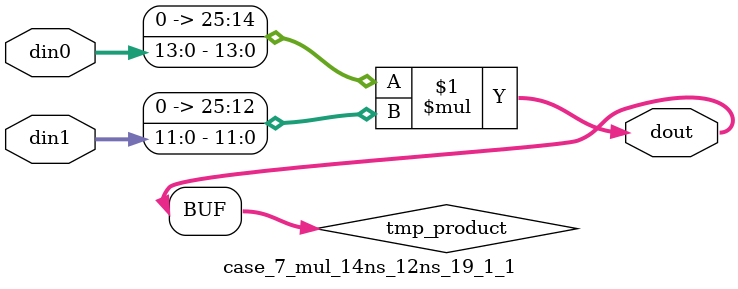
<source format=v>

`timescale 1 ns / 1 ps

 (* use_dsp = "no" *)  module case_7_mul_14ns_12ns_19_1_1(din0, din1, dout);
parameter ID = 1;
parameter NUM_STAGE = 0;
parameter din0_WIDTH = 14;
parameter din1_WIDTH = 12;
parameter dout_WIDTH = 26;

input [din0_WIDTH - 1 : 0] din0; 
input [din1_WIDTH - 1 : 0] din1; 
output [dout_WIDTH - 1 : 0] dout;

wire signed [dout_WIDTH - 1 : 0] tmp_product;
























assign tmp_product = $signed({1'b0, din0}) * $signed({1'b0, din1});











assign dout = tmp_product;





















endmodule

</source>
